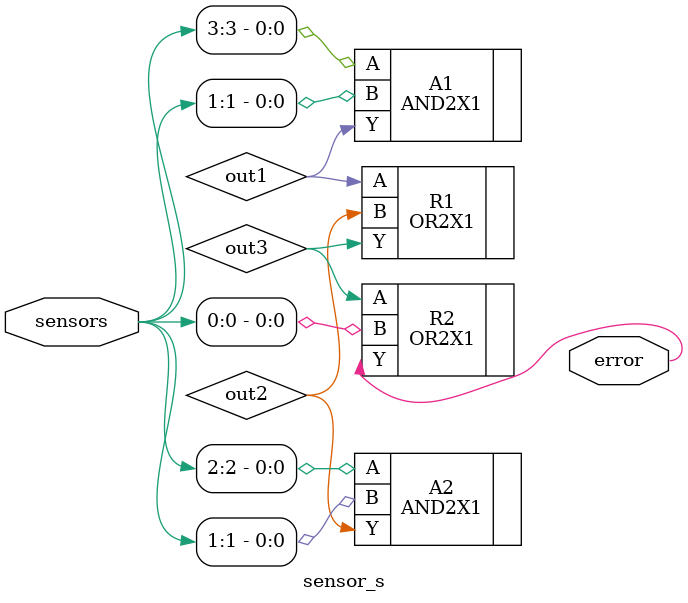
<source format=sv>

module sensor_s(input wire [3:0] sensors, output wire error);
	wire out1;
	wire out2;
	wire out3;
	
	AND2X1 A1 (.Y(out1), .A(sensors[3]), .B(sensors[1]));
	AND2X1 A2 (.Y(out2), .A(sensors[2]), .B(sensors[1]));
	OR2X1 R1 (.Y(out3), .A(out1), .B(out2));
	OR2X1 R2 (.Y(error), .A(out3), .B(sensors[0]));

endmodule

</source>
